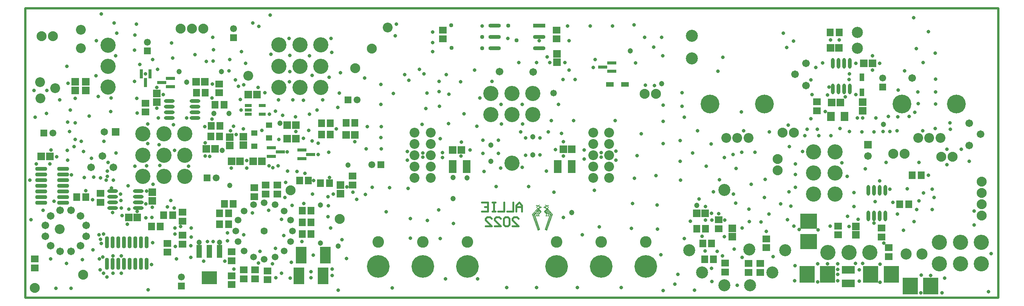
<source format=gbs>
G04*
G04 #@! TF.GenerationSoftware,Altium Limited,Altium Designer,22.6.1 (34)*
G04*
G04 Layer_Color=16711935*
%FSLAX43Y43*%
%MOMM*%
G71*
G04*
G04 #@! TF.SameCoordinates,AAD44367-0764-4FA4-9AEF-FD5D00886B8E*
G04*
G04*
G04 #@! TF.FilePolarity,Negative*
G04*
G01*
G75*
%ADD10C,0.254*%
%ADD13C,0.500*%
%ADD33R,1.803X1.703*%
%ADD35R,1.603X1.703*%
%ADD36O,2.803X0.903*%
%ADD37R,2.803X0.903*%
%ADD38R,1.703X1.603*%
%ADD39R,1.703X1.803*%
%ADD40R,2.003X0.803*%
%ADD41R,0.803X2.003*%
%ADD43O,0.903X2.703*%
%ADD44O,0.803X2.403*%
%ADD45O,2.403X0.803*%
%ADD46R,1.703X2.103*%
%ADD47R,3.503X2.903*%
%ADD48R,1.203X2.903*%
%ADD49R,2.403X3.703*%
%ADD50C,2.235*%
%ADD51C,3.403*%
%ADD52C,2.203*%
%ADD53C,1.703*%
%ADD54C,1.553*%
%ADD55R,1.553X1.553*%
%ADD56C,2.703*%
%ADD57R,1.703X1.703*%
%ADD58R,1.553X1.553*%
%ADD59C,1.503*%
%ADD60C,1.603*%
%ADD61C,2.503*%
%ADD62C,4.203*%
%ADD63C,2.603*%
%ADD64C,5.080*%
%ADD65C,1.651*%
%ADD66R,1.651X1.651*%
%ADD67C,0.813*%
%ADD68C,0.813*%
%ADD69C,1.203*%
%ADD70C,0.953*%
%ADD71C,1.473*%
%ADD95C,0.152*%
%ADD96C,0.102*%
%ADD97C,0.400*%
%ADD98R,0.152X0.152*%
%ADD101R,1.400X1.300*%
%ADD109R,1.053X1.803*%
%ADD110R,1.803X1.053*%
%ADD111R,3.403X3.703*%
%ADD112R,3.703X3.403*%
%ADD113O,2.703X0.903*%
%ADD114R,1.703X3.003*%
%ADD115R,1.553X0.803*%
%ADD116R,3.003X1.703*%
D10*
X212340Y112914D02*
X212924Y112330D01*
X212492Y111822D02*
X212924Y112330D01*
X213756D02*
X214187Y111822D01*
X213756Y112330D02*
X214340Y112914D01*
D13*
X97502Y93000D02*
X315500D01*
X315500Y158000D02*
X315500Y93000D01*
X97502Y158000D02*
X315500D01*
X97502D02*
X97502Y93000D01*
D33*
X126900Y138850D02*
D03*
Y136950D02*
D03*
X168100Y118250D02*
D03*
X168100Y116350D02*
D03*
X216600Y147750D02*
D03*
X216600Y145850D02*
D03*
X125900Y116650D02*
D03*
X125900Y114750D02*
D03*
X143300Y129050D02*
D03*
X143300Y127150D02*
D03*
X146300Y129150D02*
D03*
X146300Y127250D02*
D03*
X108667Y139550D02*
D03*
X108667Y141450D02*
D03*
X110978Y139550D02*
D03*
X110978Y141450D02*
D03*
X255900Y106650D02*
D03*
X255900Y108550D02*
D03*
X285101Y134990D02*
D03*
X285101Y136890D02*
D03*
X283576Y107110D02*
D03*
X283576Y109010D02*
D03*
D35*
X295400Y114000D02*
D03*
X293400D02*
D03*
X298200Y120500D02*
D03*
X296200D02*
D03*
X163800Y132200D02*
D03*
X165800D02*
D03*
X160900Y119300D02*
D03*
X158900D02*
D03*
X163600Y118700D02*
D03*
X165600Y118700D02*
D03*
X139000Y129200D02*
D03*
X141000Y129200D02*
D03*
X141100Y131600D02*
D03*
X139100D02*
D03*
X137800Y139000D02*
D03*
X135800Y139000D02*
D03*
X140000Y136300D02*
D03*
X142000Y136300D02*
D03*
X142050Y114093D02*
D03*
X144050Y114093D02*
D03*
X108978Y115543D02*
D03*
X110978D02*
D03*
X159500Y112500D02*
D03*
X161500D02*
D03*
X161500Y107300D02*
D03*
X159500Y107300D02*
D03*
X141000Y109500D02*
D03*
X143000D02*
D03*
X141000Y111900D02*
D03*
X143000Y111900D02*
D03*
X161500Y109900D02*
D03*
X159500D02*
D03*
X163800Y129600D02*
D03*
X125700Y109000D02*
D03*
X127700D02*
D03*
X251254Y105152D02*
D03*
X249254D02*
D03*
X247900Y108500D02*
D03*
X249900Y108500D02*
D03*
X251654Y101652D02*
D03*
X249654D02*
D03*
X279801Y152540D02*
D03*
X277801D02*
D03*
X165800Y129600D02*
D03*
X171331Y132246D02*
D03*
X169331Y132246D02*
D03*
X128454Y111500D02*
D03*
X130454D02*
D03*
D36*
X212600Y151600D02*
D03*
Y149060D02*
D03*
X202600D02*
D03*
Y154140D02*
D03*
Y151600D02*
D03*
D37*
X212600Y154140D02*
D03*
D38*
X124400Y136700D02*
D03*
X124400Y134700D02*
D03*
X170800Y118300D02*
D03*
X170800Y120300D02*
D03*
X216500Y151100D02*
D03*
X191000Y151100D02*
D03*
X191000Y153100D02*
D03*
X216500D02*
D03*
X99600Y101700D02*
D03*
Y99700D02*
D03*
X140900Y139000D02*
D03*
X140900Y141000D02*
D03*
X114300Y114400D02*
D03*
Y116400D02*
D03*
X132700Y112200D02*
D03*
X132700Y110200D02*
D03*
X129300Y105200D02*
D03*
Y103200D02*
D03*
X132700Y107000D02*
D03*
X132700Y105000D02*
D03*
X143700Y103300D02*
D03*
Y101300D02*
D03*
Y97900D02*
D03*
Y95900D02*
D03*
X146400Y99200D02*
D03*
Y97200D02*
D03*
X148900Y99200D02*
D03*
Y97200D02*
D03*
X151700Y99000D02*
D03*
Y97000D02*
D03*
X148800Y115700D02*
D03*
Y117700D02*
D03*
X151300Y116300D02*
D03*
Y118300D02*
D03*
X153900Y118300D02*
D03*
Y116300D02*
D03*
X252806Y108493D02*
D03*
X252806Y110493D02*
D03*
X262154Y100652D02*
D03*
X262154Y98652D02*
D03*
X263480Y104221D02*
D03*
X263480Y106221D02*
D03*
X254254Y100752D02*
D03*
Y98752D02*
D03*
X259554Y100652D02*
D03*
X259554Y98652D02*
D03*
X279600Y109100D02*
D03*
Y107100D02*
D03*
X289300Y108600D02*
D03*
X289300Y106600D02*
D03*
X290900Y104200D02*
D03*
Y102200D02*
D03*
X274800Y137000D02*
D03*
Y135000D02*
D03*
D39*
X137650Y141500D02*
D03*
X135750D02*
D03*
X149350Y138600D02*
D03*
X147450Y138600D02*
D03*
X143650Y123600D02*
D03*
X145550D02*
D03*
X150450D02*
D03*
X148550Y123600D02*
D03*
X158076Y128725D02*
D03*
X156176Y128725D02*
D03*
X158076Y131725D02*
D03*
X156176Y131725D02*
D03*
X102956Y124700D02*
D03*
X101056D02*
D03*
X279751Y149140D02*
D03*
X277851Y149140D02*
D03*
X249804Y111952D02*
D03*
X247904Y111952D02*
D03*
X169381Y129546D02*
D03*
X171281Y129546D02*
D03*
X120650Y111000D02*
D03*
X122550Y111000D02*
D03*
X285351Y145640D02*
D03*
X287251Y145640D02*
D03*
X280051Y136840D02*
D03*
X278151Y136840D02*
D03*
X139950Y126433D02*
D03*
X138050Y126433D02*
D03*
X193250Y126200D02*
D03*
X195150Y126200D02*
D03*
X219907Y126355D02*
D03*
X218007Y126355D02*
D03*
D40*
X228825Y145728D02*
D03*
Y143828D02*
D03*
X226825Y144778D02*
D03*
X130000Y142250D02*
D03*
X130000Y140350D02*
D03*
X128000Y141300D02*
D03*
X154600Y125700D02*
D03*
X152600Y126650D02*
D03*
Y124750D02*
D03*
X161400Y125183D02*
D03*
X159400Y126133D02*
D03*
X159400Y124233D02*
D03*
D41*
X124413Y141300D02*
D03*
X125363Y143300D02*
D03*
X123463Y143300D02*
D03*
D43*
X124644Y100553D02*
D03*
X123374D02*
D03*
X122104D02*
D03*
X120834D02*
D03*
X119564D02*
D03*
X118294D02*
D03*
X117024D02*
D03*
X115754D02*
D03*
X124644Y105453D02*
D03*
X123374D02*
D03*
X122104D02*
D03*
X120834D02*
D03*
X119564D02*
D03*
X118294D02*
D03*
X117024D02*
D03*
X115754D02*
D03*
D44*
X286357Y117071D02*
D03*
X287627D02*
D03*
X288897D02*
D03*
X290167D02*
D03*
X286357Y111321D02*
D03*
X287627Y111321D02*
D03*
X288897Y111321D02*
D03*
X290167D02*
D03*
X278396Y145615D02*
D03*
X279666Y145615D02*
D03*
X280936Y145615D02*
D03*
X282206Y145615D02*
D03*
X278396Y139865D02*
D03*
X279666Y139865D02*
D03*
X280936D02*
D03*
X282206Y139865D02*
D03*
D45*
X135475Y137205D02*
D03*
X135475Y135935D02*
D03*
X135475Y134665D02*
D03*
Y133395D02*
D03*
X129725Y137205D02*
D03*
X129725Y135935D02*
D03*
X129725Y134665D02*
D03*
X129725Y133395D02*
D03*
X117057Y113123D02*
D03*
X117057Y114393D02*
D03*
X117057Y115663D02*
D03*
X117057Y116933D02*
D03*
X122807Y113123D02*
D03*
X122807Y114393D02*
D03*
X122807Y115663D02*
D03*
Y116933D02*
D03*
D46*
X277950Y133700D02*
D03*
X281050Y133700D02*
D03*
D47*
X138700Y97450D02*
D03*
D48*
X141000Y103350D02*
D03*
X138700Y103350D02*
D03*
X136400Y103350D02*
D03*
D49*
X164200Y97900D02*
D03*
X158800Y97900D02*
D03*
X159300Y102500D02*
D03*
X164700Y102500D02*
D03*
D50*
X302730Y124620D02*
D03*
X305270Y124620D02*
D03*
X238770Y138800D02*
D03*
X236230D02*
D03*
X311750Y119085D02*
D03*
X311750Y116545D02*
D03*
X311750Y114005D02*
D03*
X311750Y111465D02*
D03*
X137340Y153400D02*
D03*
X134800D02*
D03*
X132260Y153400D02*
D03*
X266000Y121630D02*
D03*
Y124170D02*
D03*
X267130Y130100D02*
D03*
X269670D02*
D03*
X294470Y125300D02*
D03*
X291930D02*
D03*
X103670Y151700D02*
D03*
X101130D02*
D03*
X167924Y110658D02*
D03*
X110400Y98100D02*
D03*
X175100Y148900D02*
D03*
X99557Y95195D02*
D03*
X156857Y117086D02*
D03*
X171384Y144500D02*
D03*
D51*
X133200Y129800D02*
D03*
X128500D02*
D03*
X123800D02*
D03*
X133200Y125000D02*
D03*
X128500D02*
D03*
X123800D02*
D03*
X133200Y120200D02*
D03*
X128500D02*
D03*
X123800D02*
D03*
X206500Y123200D02*
D03*
X116000Y149700D02*
D03*
Y145000D02*
D03*
Y140300D02*
D03*
X302300Y100600D02*
D03*
X307000D02*
D03*
X311700D02*
D03*
X302300Y105400D02*
D03*
X307000D02*
D03*
X311700D02*
D03*
X154300Y140200D02*
D03*
X159000D02*
D03*
X163700D02*
D03*
X154300Y145000D02*
D03*
X159000D02*
D03*
X163700D02*
D03*
X154300Y149800D02*
D03*
X159000D02*
D03*
X163700D02*
D03*
X278900Y116300D02*
D03*
Y121000D02*
D03*
Y125700D02*
D03*
X274100Y116300D02*
D03*
Y121000D02*
D03*
Y125700D02*
D03*
X211200Y138900D02*
D03*
X206500D02*
D03*
X201800D02*
D03*
X211200Y134100D02*
D03*
X206500D02*
D03*
X201800D02*
D03*
X286700Y103100D02*
D03*
X282000D02*
D03*
X277300D02*
D03*
D52*
X109926Y153195D02*
D03*
X147429Y142859D02*
D03*
X109924Y149008D02*
D03*
X104133Y140064D02*
D03*
X100774Y141374D02*
D03*
X100856Y137770D02*
D03*
X105133Y108410D02*
D03*
X224700Y130080D02*
D03*
X224700Y127540D02*
D03*
X224700Y125000D02*
D03*
X224700Y122460D02*
D03*
X224700Y119920D02*
D03*
X228300Y119920D02*
D03*
X228300Y122460D02*
D03*
X228300Y125000D02*
D03*
Y127540D02*
D03*
X228300Y130080D02*
D03*
X184700Y130080D02*
D03*
X184700Y127540D02*
D03*
X184700Y125000D02*
D03*
X184700Y122460D02*
D03*
X184700Y119920D02*
D03*
X188300Y119920D02*
D03*
X188300Y122460D02*
D03*
X188300Y125000D02*
D03*
Y127540D02*
D03*
X188300Y130080D02*
D03*
X297500Y128900D02*
D03*
X302500Y128900D02*
D03*
X300000Y128900D02*
D03*
X257000Y128900D02*
D03*
X259500D02*
D03*
X254500D02*
D03*
X178625Y153650D02*
D03*
D53*
X309000Y127200D02*
D03*
X311500Y129700D02*
D03*
X309000Y132200D02*
D03*
X117200Y122300D02*
D03*
X114700Y124800D02*
D03*
X112200Y122300D02*
D03*
X272401Y140640D02*
D03*
X269901Y143140D02*
D03*
X272401Y145640D02*
D03*
X286300Y124850D02*
D03*
X101912Y109229D02*
D03*
X103141Y111359D02*
D03*
X105271Y112588D02*
D03*
X107729D02*
D03*
X109859Y111359D02*
D03*
X111088Y109229D02*
D03*
Y106771D02*
D03*
X109859Y104641D02*
D03*
X107729Y103412D02*
D03*
X105271D02*
D03*
X103141Y104641D02*
D03*
X101912Y106771D02*
D03*
X203700Y143800D02*
D03*
X211273Y143732D02*
D03*
X296200Y142300D02*
D03*
D54*
X175100Y122900D02*
D03*
X171800Y137400D02*
D03*
X289600Y142300D02*
D03*
X132400Y97600D02*
D03*
X140200Y119900D02*
D03*
X144150Y153400D02*
D03*
X124800Y150400D02*
D03*
X103600Y130000D02*
D03*
D55*
X177100Y122900D02*
D03*
X169800Y137400D02*
D03*
X138200Y119900D02*
D03*
X101600Y130000D02*
D03*
D56*
X246800Y151840D02*
D03*
Y146760D02*
D03*
X254137Y117225D02*
D03*
X259712Y103775D02*
D03*
X267712Y103625D02*
D03*
X264837Y98650D02*
D03*
X259862Y95775D02*
D03*
X246262Y103625D02*
D03*
X249137Y98650D02*
D03*
X254113Y95775D02*
D03*
D57*
X286300Y127350D02*
D03*
D58*
X289600Y140300D02*
D03*
X132400Y95600D02*
D03*
X144150Y151400D02*
D03*
X124800Y148400D02*
D03*
D59*
X148570Y102133D02*
D03*
X146510Y103510D02*
D03*
X145133Y105570D02*
D03*
X144650Y108000D02*
D03*
X145133Y110430D02*
D03*
X146510Y112490D02*
D03*
X148570Y113867D02*
D03*
X151000Y114350D02*
D03*
X153430Y113867D02*
D03*
X155490Y112490D02*
D03*
X156867Y110430D02*
D03*
X157350Y108000D02*
D03*
X156867Y105570D02*
D03*
X155490Y103510D02*
D03*
X153430Y102133D02*
D03*
X151000Y101650D02*
D03*
D60*
Y108000D02*
D03*
D61*
X298350Y102800D02*
D03*
X294850Y102800D02*
D03*
X283900Y152550D02*
D03*
X283900Y149050D02*
D03*
D62*
X306100Y136500D02*
D03*
X293900D02*
D03*
X250900D02*
D03*
X263100D02*
D03*
D63*
X236500Y105500D02*
D03*
X226500D02*
D03*
X216500D02*
D03*
X196500D02*
D03*
X186500D02*
D03*
X176500D02*
D03*
D64*
X236500Y100000D02*
D03*
X226500D02*
D03*
X216500D02*
D03*
X196500D02*
D03*
X186500D02*
D03*
X176500D02*
D03*
D65*
X115160Y130200D02*
D03*
D66*
X117700D02*
D03*
D67*
X124978Y94765D02*
D03*
X126900Y135600D02*
D03*
X297200Y112800D02*
D03*
X253700Y102400D02*
D03*
X252500Y103400D02*
D03*
X256300Y103900D02*
D03*
X258050Y102067D02*
D03*
X236400Y140700D02*
D03*
X118970Y113123D02*
D03*
X115800Y121400D02*
D03*
X115844Y120273D02*
D03*
X108655Y132282D02*
D03*
X158332Y121331D02*
D03*
X154128Y122600D02*
D03*
X152958Y122225D02*
D03*
X138758Y124715D02*
D03*
X137800Y127800D02*
D03*
X208000Y145800D02*
D03*
X212000D02*
D03*
X229000Y154000D02*
D03*
X224000D02*
D03*
X218977Y154042D02*
D03*
X205584Y151199D02*
D03*
X199800Y154000D02*
D03*
X188700Y148300D02*
D03*
Y150300D02*
D03*
X188740Y152655D02*
D03*
X180573Y154425D02*
D03*
X180390Y151831D02*
D03*
X101400Y112617D02*
D03*
X138000Y146100D02*
D03*
X159827Y114125D02*
D03*
X166200Y99400D02*
D03*
X166177Y97992D02*
D03*
X115000Y98500D02*
D03*
X114074Y101654D02*
D03*
X115000Y107300D02*
D03*
X142200Y101200D02*
D03*
X137408Y101203D02*
D03*
X139500Y105600D02*
D03*
X138300D02*
D03*
X148390Y154670D02*
D03*
X139325Y137875D02*
D03*
X154857Y98508D02*
D03*
X156800Y97400D02*
D03*
X131000Y107300D02*
D03*
X131300Y101725D02*
D03*
X131100Y104500D02*
D03*
X117184Y119419D02*
D03*
X115567D02*
D03*
X142796Y105792D02*
D03*
X124600Y122600D02*
D03*
X124900Y132002D02*
D03*
Y127600D02*
D03*
X127600Y122655D02*
D03*
X118800Y116300D02*
D03*
X307200Y126300D02*
D03*
X214600Y130200D02*
D03*
X268194Y110493D02*
D03*
X263480Y107900D02*
D03*
X287600Y109700D02*
D03*
X155835Y118850D02*
D03*
X300700Y112800D02*
D03*
X282000Y109010D02*
D03*
X277800Y109100D02*
D03*
X309000Y123600D02*
D03*
X219300Y144100D02*
D03*
X190200Y141600D02*
D03*
D68*
X126900Y140200D02*
D03*
X292900Y111800D02*
D03*
X299800Y120500D02*
D03*
X118900Y114800D02*
D03*
X116041Y123400D02*
D03*
X165600Y120000D02*
D03*
X98500Y119350D02*
D03*
X125793Y111000D02*
D03*
X124500Y110900D02*
D03*
X144200Y99400D02*
D03*
X116800Y117600D02*
D03*
X132300Y109000D02*
D03*
X125900Y113300D02*
D03*
X124600Y116950D02*
D03*
X120500Y118100D02*
D03*
X169500Y117900D02*
D03*
X137700Y131400D02*
D03*
X147050Y123800D02*
D03*
X130100Y114800D02*
D03*
X143400Y130500D02*
D03*
X128400Y138600D02*
D03*
X139541Y146131D02*
D03*
X133600Y133400D02*
D03*
X139300Y133100D02*
D03*
X122550Y112375D02*
D03*
X152100Y122600D02*
D03*
X208500Y130200D02*
D03*
X233894Y154308D02*
D03*
X238242Y149280D02*
D03*
X240000Y151500D02*
D03*
X236200D02*
D03*
X162834Y135162D02*
D03*
X161700Y128200D02*
D03*
X158001Y133600D02*
D03*
X202008Y141615D02*
D03*
X214408Y147113D02*
D03*
X149800Y153900D02*
D03*
X152344Y156500D02*
D03*
X166158Y148100D02*
D03*
X156718Y143746D02*
D03*
X161737Y142892D02*
D03*
X165500Y142519D02*
D03*
X161108Y147361D02*
D03*
X152500Y147630D02*
D03*
X156579Y151266D02*
D03*
X165927D02*
D03*
X114270Y106097D02*
D03*
X112800Y120093D02*
D03*
X215292Y132756D02*
D03*
X217908Y141978D02*
D03*
X220693D02*
D03*
X149673Y100726D02*
D03*
X170900Y116700D02*
D03*
X273700Y138600D02*
D03*
X281200Y138100D02*
D03*
X276677Y134768D02*
D03*
X301400Y142100D02*
D03*
X165300Y111200D02*
D03*
X122000Y122500D02*
D03*
X130628Y131852D02*
D03*
X153582Y97450D02*
D03*
X161500Y97500D02*
D03*
Y98800D02*
D03*
X155587Y115508D02*
D03*
X157261Y113758D02*
D03*
X147050Y122068D02*
D03*
X142800Y107500D02*
D03*
X152831Y100600D02*
D03*
X157025Y100891D02*
D03*
X264100Y111800D02*
D03*
X287900Y114600D02*
D03*
X244200Y123600D02*
D03*
X154300Y128500D02*
D03*
X229800Y125950D02*
D03*
X275100Y108200D02*
D03*
X270900Y108300D02*
D03*
X258100Y108600D02*
D03*
X256100Y116300D02*
D03*
X256600Y114200D02*
D03*
X262300Y110000D02*
D03*
X268962Y113550D02*
D03*
X114300Y119900D02*
D03*
X298165Y98073D02*
D03*
X303431Y97375D02*
D03*
X300350Y97996D02*
D03*
X298100Y94100D02*
D03*
X275000Y96550D02*
D03*
X289007Y96407D02*
D03*
X289000Y100500D02*
D03*
X284300Y96667D02*
D03*
Y99200D02*
D03*
X285046Y100715D02*
D03*
X275000Y100600D02*
D03*
X279500D02*
D03*
Y96800D02*
D03*
X283470Y100709D02*
D03*
X277200Y100600D02*
D03*
X279500Y98200D02*
D03*
X251224Y111939D02*
D03*
X256700Y122000D02*
D03*
X268647Y126962D02*
D03*
X271586Y125854D02*
D03*
X263100Y115500D02*
D03*
X288900Y119200D02*
D03*
X298750Y116545D02*
D03*
X304600Y132300D02*
D03*
X297720Y114700D02*
D03*
X289800Y105275D02*
D03*
X112500Y114950D02*
D03*
X225100Y146478D02*
D03*
X234208Y145700D02*
D03*
X224700Y144728D02*
D03*
X219297Y150700D02*
D03*
X212600D02*
D03*
X190177Y139255D02*
D03*
X270000Y120700D02*
D03*
Y123000D02*
D03*
X251300Y96600D02*
D03*
X256954Y95775D02*
D03*
X183100Y123900D02*
D03*
Y125800D02*
D03*
X216279Y126290D02*
D03*
X195100Y124800D02*
D03*
X208800Y136400D02*
D03*
X229800Y123900D02*
D03*
X222700Y126164D02*
D03*
X195796Y134288D02*
D03*
X198600Y131500D02*
D03*
X192252Y132119D02*
D03*
X198100Y144100D02*
D03*
X191739Y143066D02*
D03*
X179901Y138891D02*
D03*
X190275Y135975D02*
D03*
X209600Y128900D02*
D03*
Y125000D02*
D03*
X212800Y125100D02*
D03*
X202922Y117992D02*
D03*
X200207Y121372D02*
D03*
X200000Y125400D02*
D03*
Y128400D02*
D03*
X204000Y122100D02*
D03*
X203500Y125400D02*
D03*
Y128400D02*
D03*
X300700Y117370D02*
D03*
X270000Y117800D02*
D03*
X251300Y110400D02*
D03*
X130263Y150179D02*
D03*
X298567Y130500D02*
D03*
X291815Y114432D02*
D03*
X295099Y117431D02*
D03*
X301094Y115484D02*
D03*
X252654Y143840D02*
D03*
X291216Y117319D02*
D03*
X313900Y102892D02*
D03*
X313300Y94300D02*
D03*
X252850Y111860D02*
D03*
X254200Y110400D02*
D03*
X122500Y134500D02*
D03*
X99901Y123050D02*
D03*
X115100Y128084D02*
D03*
X103879Y114668D02*
D03*
X98700Y110500D02*
D03*
X177164Y128996D02*
D03*
X297120Y148900D02*
D03*
X279800Y150900D02*
D03*
X277847Y150884D02*
D03*
X268100Y149200D02*
D03*
X273486Y133185D02*
D03*
X274900Y130800D02*
D03*
X272600D02*
D03*
X268399Y131792D02*
D03*
X257905Y134694D02*
D03*
X293078Y139647D02*
D03*
X284097Y110625D02*
D03*
X275267Y129400D02*
D03*
X272100D02*
D03*
X249900Y110400D02*
D03*
X269900Y100200D02*
D03*
X246500Y110200D02*
D03*
X254100Y106700D02*
D03*
X249100Y106800D02*
D03*
X249800Y103500D02*
D03*
X264984Y102200D02*
D03*
X245097Y106309D02*
D03*
X244300Y119400D02*
D03*
X247400Y94700D02*
D03*
X259700Y110100D02*
D03*
X248441Y115169D02*
D03*
X269601Y150672D02*
D03*
X296528Y155900D02*
D03*
X297720Y123400D02*
D03*
X295504Y133711D02*
D03*
X292800Y130500D02*
D03*
X291216Y130318D02*
D03*
X289623D02*
D03*
X287600Y130200D02*
D03*
X282090Y130285D02*
D03*
X283919Y133338D02*
D03*
X290866Y133700D02*
D03*
X288019Y133338D02*
D03*
X285119D02*
D03*
X283601Y138640D02*
D03*
X161000Y130600D02*
D03*
X155089Y133946D02*
D03*
X124445Y114093D02*
D03*
X167483Y135742D02*
D03*
X156700Y147400D02*
D03*
X146827Y145615D02*
D03*
X145600Y137500D02*
D03*
X145792Y135179D02*
D03*
X139350Y140975D02*
D03*
X123150Y145386D02*
D03*
X125983Y146515D02*
D03*
X127100Y144308D02*
D03*
X130477Y146800D02*
D03*
X139420Y151442D02*
D03*
X143109Y143944D02*
D03*
X145866Y148280D02*
D03*
X143300Y146515D02*
D03*
X143600Y122100D02*
D03*
X129300Y113400D02*
D03*
X134600Y108600D02*
D03*
X120642Y112911D02*
D03*
X126100Y118500D02*
D03*
X127300Y133400D02*
D03*
X130900Y126100D02*
D03*
X122456Y137781D02*
D03*
X122000Y152000D02*
D03*
X113816Y138200D02*
D03*
X107013Y141180D02*
D03*
X99400Y139500D02*
D03*
X102300D02*
D03*
X102200Y134400D02*
D03*
X99648Y133571D02*
D03*
X106978Y132420D02*
D03*
X107500Y135100D02*
D03*
X105181Y137400D02*
D03*
X106953Y123894D02*
D03*
X106900Y126100D02*
D03*
X110500Y125800D02*
D03*
X110646Y120008D02*
D03*
X108354Y126946D02*
D03*
X107800Y120600D02*
D03*
X117057Y112083D02*
D03*
X134544Y102000D02*
D03*
X134600Y106600D02*
D03*
X114500Y105200D02*
D03*
X296600Y110100D02*
D03*
X251654Y116800D02*
D03*
X269700Y109100D02*
D03*
X268552Y116800D02*
D03*
X279515Y99309D02*
D03*
X310100Y109350D02*
D03*
X281700Y111300D02*
D03*
X283100Y113500D02*
D03*
X283101Y116593D02*
D03*
X298623Y145781D02*
D03*
X292995Y133645D02*
D03*
X284900Y130200D02*
D03*
X285700Y121900D02*
D03*
X290300Y123400D02*
D03*
X281571Y120271D02*
D03*
X280400Y123314D02*
D03*
X256000Y125186D02*
D03*
X263280Y119600D02*
D03*
X260962Y125652D02*
D03*
X264168Y130250D02*
D03*
X258403Y130443D02*
D03*
X258000Y125652D02*
D03*
X260100Y118500D02*
D03*
X247000Y125500D02*
D03*
X251100Y127500D02*
D03*
X244600Y136000D02*
D03*
X254100Y124500D02*
D03*
X244600Y139000D02*
D03*
X245100Y133500D02*
D03*
X244200Y128300D02*
D03*
X248100Y130500D02*
D03*
X253000Y119500D02*
D03*
X243700Y98204D02*
D03*
X250000Y122500D02*
D03*
X251254Y99612D02*
D03*
X243000Y96000D02*
D03*
X259600Y112900D02*
D03*
X249900Y113500D02*
D03*
X266718Y114067D02*
D03*
X269841Y96792D02*
D03*
X294200Y108100D02*
D03*
X301304Y131004D02*
D03*
X301420Y136500D02*
D03*
X304686Y130818D02*
D03*
X301400Y139200D02*
D03*
X297528Y136602D02*
D03*
X296765Y134607D02*
D03*
X297474Y139184D02*
D03*
X301304Y147900D02*
D03*
X304000Y122900D02*
D03*
X299834Y152758D02*
D03*
X267296Y152438D02*
D03*
X253750Y146950D02*
D03*
X179700Y95173D02*
D03*
X191600Y97200D02*
D03*
X198837D02*
D03*
X205359Y95300D02*
D03*
X212050D02*
D03*
X221181D02*
D03*
X231000D02*
D03*
X239900Y102600D02*
D03*
X240400Y94600D02*
D03*
Y127600D02*
D03*
Y132600D02*
D03*
Y136260D02*
D03*
X238471Y140666D02*
D03*
X240285Y147354D02*
D03*
X208900Y132000D02*
D03*
X204100D02*
D03*
X204050Y136400D02*
D03*
X214961Y145800D02*
D03*
X218359D02*
D03*
X229636Y132756D02*
D03*
X235501Y129824D02*
D03*
X234514Y124909D02*
D03*
X233960Y119850D02*
D03*
X238789Y120392D02*
D03*
X239040Y113837D02*
D03*
X233527Y114177D02*
D03*
X239107Y108393D02*
D03*
X233269Y108578D02*
D03*
X226036Y108862D02*
D03*
X222225Y107142D02*
D03*
X218019Y111000D02*
D03*
X224986Y117120D02*
D03*
X215900Y116700D02*
D03*
X210250Y117992D02*
D03*
X208817Y122300D02*
D03*
X212800Y128900D02*
D03*
X214200Y121400D02*
D03*
X217579Y129904D02*
D03*
X220332Y132756D02*
D03*
X216903Y136389D02*
D03*
X186400Y131900D02*
D03*
X187498Y138979D02*
D03*
X199339Y137831D02*
D03*
X187235Y135500D02*
D03*
X190400Y128700D02*
D03*
X190100Y112700D02*
D03*
X190400Y106309D02*
D03*
X193385Y109642D02*
D03*
X187586Y110321D02*
D03*
X183192Y117486D02*
D03*
X183739Y110760D02*
D03*
X183700Y106349D02*
D03*
X178296Y112316D02*
D03*
X179116Y117700D02*
D03*
X153482Y134865D02*
D03*
X173514Y142350D02*
D03*
X168050Y143480D02*
D03*
X167596Y94700D02*
D03*
X154857Y110600D02*
D03*
X155387Y106954D02*
D03*
X153486Y104106D02*
D03*
X150033Y103416D02*
D03*
X146357Y107100D02*
D03*
X148350Y112031D02*
D03*
X151967Y112600D02*
D03*
X117800Y125455D02*
D03*
X127400Y127377D02*
D03*
X121900Y141600D02*
D03*
Y148600D02*
D03*
X122338Y154416D02*
D03*
X117100Y98500D02*
D03*
X119000Y102400D02*
D03*
X294464Y143935D02*
D03*
X288885Y145615D02*
D03*
X287251Y147290D02*
D03*
Y144109D02*
D03*
X274607Y144681D02*
D03*
X276144Y145747D02*
D03*
X282013Y142005D02*
D03*
X282150Y143287D02*
D03*
X273486Y141913D02*
D03*
X277200Y138500D02*
D03*
X279984Y131004D02*
D03*
X278000Y129400D02*
D03*
X226500Y124516D02*
D03*
Y125600D02*
D03*
X186500Y124576D02*
D03*
Y125484D02*
D03*
X302900Y94100D02*
D03*
X310063Y112480D02*
D03*
X304000Y126300D02*
D03*
X137800Y124800D02*
D03*
X134000Y122500D02*
D03*
X106800Y145000D02*
D03*
X117700Y147331D02*
D03*
X113360Y150699D02*
D03*
X114478Y156726D02*
D03*
X117993Y152384D02*
D03*
X117344Y154700D02*
D03*
X159400Y105600D02*
D03*
X161993Y102500D02*
D03*
X169421Y101796D02*
D03*
X168407Y106053D02*
D03*
X165900Y108600D02*
D03*
X165406Y113639D02*
D03*
X165288Y115623D02*
D03*
X161769Y116254D02*
D03*
X163084Y127663D02*
D03*
X161100Y134200D02*
D03*
X145200Y140500D02*
D03*
X139600Y148700D02*
D03*
X112289Y124329D02*
D03*
X135518Y147558D02*
D03*
X110234Y101492D02*
D03*
X103100Y101700D02*
D03*
X130800Y113100D02*
D03*
X119100Y111400D02*
D03*
X120294Y109506D02*
D03*
X112649Y103734D02*
D03*
X115723Y97626D02*
D03*
X114000Y107100D02*
D03*
X154223Y137461D02*
D03*
X156678Y141454D02*
D03*
X144500Y141900D02*
D03*
X197100Y126200D02*
D03*
X218000Y124800D02*
D03*
X218007Y128064D02*
D03*
X195200Y127900D02*
D03*
X190900Y124509D02*
D03*
Y125612D02*
D03*
X222700Y124100D02*
D03*
X177200Y131400D02*
D03*
Y126400D02*
D03*
X173800D02*
D03*
X174100Y131400D02*
D03*
X177164Y140908D02*
D03*
X182500Y143132D02*
D03*
X185800Y144300D02*
D03*
X177150Y136415D02*
D03*
X183364Y141859D02*
D03*
X186778Y143272D02*
D03*
X195000Y141500D02*
D03*
X192400Y138700D02*
D03*
X165419Y125656D02*
D03*
X162100Y119318D02*
D03*
X171700Y115100D02*
D03*
X166500Y116273D02*
D03*
X175200Y117800D02*
D03*
X173700Y116200D02*
D03*
X160100Y120900D02*
D03*
X156200Y121400D02*
D03*
X146427Y140802D02*
D03*
X151122Y139058D02*
D03*
X149590Y140249D02*
D03*
X164100Y137400D02*
D03*
X157387Y137461D02*
D03*
X159800Y137350D02*
D03*
X167850Y138919D02*
D03*
X159800Y128747D02*
D03*
X158100Y130300D02*
D03*
X150492Y130528D02*
D03*
X146300Y130875D02*
D03*
X144675Y129625D02*
D03*
X144150Y131496D02*
D03*
X134550Y104625D02*
D03*
X131000Y108600D02*
D03*
X114212Y99221D02*
D03*
X114800Y102100D02*
D03*
X106700Y100700D02*
D03*
X107401Y130287D02*
D03*
X108600Y128504D02*
D03*
X116600Y134800D02*
D03*
X116657Y137818D02*
D03*
X113334Y142859D02*
D03*
X103200Y126200D02*
D03*
X104519Y124650D02*
D03*
X103000Y123000D02*
D03*
X110993Y117000D02*
D03*
X104300Y95100D02*
D03*
X107700D02*
D03*
X126000Y105300D02*
D03*
X156100Y125700D02*
D03*
X163100Y125183D02*
D03*
X124400Y143300D02*
D03*
X171281Y128021D02*
D03*
X167100Y130900D02*
D03*
X152150Y134229D02*
D03*
X108600Y137800D02*
D03*
X125747Y100458D02*
D03*
X109978Y128084D02*
D03*
X111775Y133825D02*
D03*
X117072Y102400D02*
D03*
X119000Y98500D02*
D03*
X283601Y145640D02*
D03*
X277551Y140334D02*
D03*
D69*
X240040Y141032D02*
D03*
X247900Y113700D02*
D03*
X163600Y113800D02*
D03*
X233000Y148400D02*
D03*
X136400Y105400D02*
D03*
X133650Y141425D02*
D03*
X131900Y143800D02*
D03*
X143300Y118200D02*
D03*
X141000Y105400D02*
D03*
X141600Y126100D02*
D03*
X143100Y134400D02*
D03*
X139700D02*
D03*
X169800Y122800D02*
D03*
X201800Y127300D02*
D03*
Y123600D02*
D03*
X211200Y129100D02*
D03*
Y125047D02*
D03*
X163600Y105246D02*
D03*
X219900Y112100D02*
D03*
X193300Y115200D02*
D03*
Y120000D02*
D03*
X196400Y119900D02*
D03*
X289700Y131900D02*
D03*
X167535Y104553D02*
D03*
X141400Y143800D02*
D03*
X154550Y132200D02*
D03*
D70*
X193000Y149100D02*
D03*
X207567Y150764D02*
D03*
X199800Y151600D02*
D03*
Y149060D02*
D03*
X192893Y154148D02*
D03*
X205700Y154100D02*
D03*
D71*
X215853Y138933D02*
D03*
D95*
X212619Y113295D02*
G03*
X212619Y113295I-279J0D01*
G01*
X214619D02*
G03*
X214619Y113295I-279J0D01*
G01*
X211959Y113753D02*
X213076Y113295D01*
X212213Y113549D02*
X212695Y113778D01*
X212340Y112991D02*
X213076Y113295D01*
X211095Y111670D02*
X212264Y112965D01*
X211349Y111619D02*
X212416Y112813D01*
X211629Y111594D02*
X212543Y112635D01*
X212060Y111746D02*
X212695Y112483D01*
X212060Y111517D02*
Y111746D01*
X211959Y111314D02*
Y111467D01*
X212162Y111314D02*
Y111467D01*
X211959D02*
X212162D01*
X212365D02*
X212568D01*
X212467Y111530D02*
Y111759D01*
X212365Y111314D02*
Y111467D01*
X212568Y111314D02*
Y111467D01*
X211603Y111568D02*
X212712Y108323D01*
X211349Y111619D02*
X212531Y108195D01*
X211095Y111670D02*
X212340Y108088D01*
X214336Y108090D02*
X215584Y111670D01*
X214148Y108195D02*
X215330Y111619D01*
X213968Y108323D02*
X215076Y111568D01*
X214721Y111314D02*
Y111467D01*
X214518Y111314D02*
Y111467D01*
X214619Y111517D02*
Y111746D01*
X214518Y111467D02*
X214721D01*
X214111D02*
X214314D01*
Y111314D02*
Y111467D01*
X214111Y111314D02*
Y111467D01*
X214213Y111517D02*
Y111746D01*
X213984Y112483D02*
X214619Y111746D01*
X214137Y112635D02*
X215051Y111594D01*
X214264Y112813D02*
X215330Y111619D01*
X214412Y112979D02*
X215584Y111670D01*
X213603Y113295D02*
X214340Y112991D01*
X213984Y113778D02*
X214467Y113549D01*
X213603Y113295D02*
X214721Y113753D01*
X214467Y112914D02*
X215559Y111695D01*
X214336Y108090D02*
X215584Y111670D01*
D96*
X212391Y113295D02*
G03*
X212391Y113295I-51J0D01*
G01*
X214391D02*
G03*
X214391Y113295I-51J0D01*
G01*
D97*
X208750Y112400D02*
Y113733D01*
X208084Y114399D01*
X207417Y113733D01*
Y112400D01*
Y113400D01*
X208750D01*
X206751Y114399D02*
Y112400D01*
X205418D01*
X204751Y114399D02*
Y112400D01*
X203418D01*
X202752Y114399D02*
X202085D01*
X202419D01*
Y112400D01*
X202752D01*
X202085D01*
X199753Y114399D02*
X201086D01*
Y112400D01*
X199753D01*
X201086Y113400D02*
X200419D01*
X206617Y109100D02*
X207950D01*
X206617Y110433D01*
Y110766D01*
X206950Y111099D01*
X207617D01*
X207950Y110766D01*
X205951D02*
X205617Y111099D01*
X204951D01*
X204618Y110766D01*
Y109433D01*
X204951Y109100D01*
X205617D01*
X205951Y109433D01*
Y110766D01*
X202618Y109100D02*
X203951D01*
X202618Y110433D01*
Y110766D01*
X202952Y111099D01*
X203618D01*
X203951Y110766D01*
X200619Y109100D02*
X201952D01*
X200619Y110433D01*
Y110766D01*
X200952Y111099D01*
X201619D01*
X201952Y110766D01*
D98*
X213756Y112330D02*
D03*
D101*
X148800Y127050D02*
D03*
Y129950D02*
D03*
X152100Y131750D02*
D03*
Y128850D02*
D03*
D109*
X284900Y139100D02*
D03*
Y142500D02*
D03*
D110*
X231800Y140900D02*
D03*
X228400D02*
D03*
D111*
X295750Y95625D02*
D03*
X300350D02*
D03*
X291500Y98200D02*
D03*
X286900Y98200D02*
D03*
X272600D02*
D03*
X277200Y98200D02*
D03*
D112*
X272975Y105600D02*
D03*
Y110200D02*
D03*
D113*
X101025Y114273D02*
D03*
X101025Y115543D02*
D03*
X101025Y116813D02*
D03*
X101025Y118083D02*
D03*
X101025Y119353D02*
D03*
X101025Y120623D02*
D03*
X101025Y121893D02*
D03*
X105925Y114273D02*
D03*
X105925Y115543D02*
D03*
X105925Y116813D02*
D03*
X105925Y118083D02*
D03*
Y119353D02*
D03*
X105925Y120623D02*
D03*
X105925Y121893D02*
D03*
D114*
X219850Y122400D02*
D03*
X216750Y122400D02*
D03*
X193252Y122457D02*
D03*
X196352Y122457D02*
D03*
D115*
X150579Y134229D02*
D03*
X150579Y136129D02*
D03*
X147429Y136129D02*
D03*
X147429Y135179D02*
D03*
X147429Y134229D02*
D03*
D116*
X281844Y96166D02*
D03*
X281844Y99266D02*
D03*
M02*

</source>
